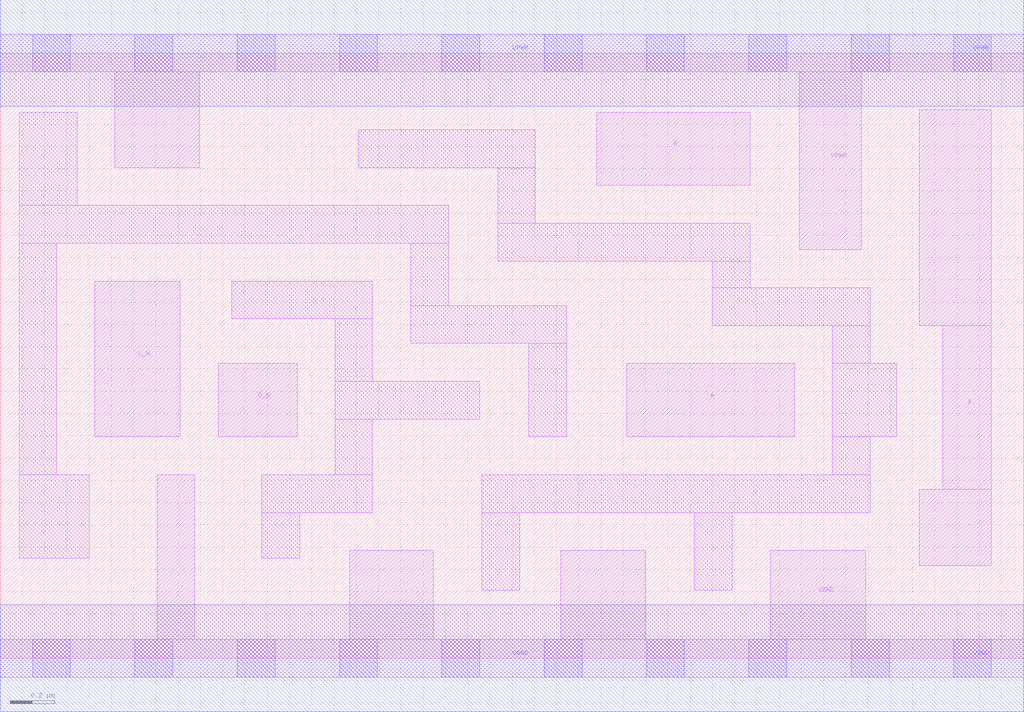
<source format=lef>
# Copyright 2020 The SkyWater PDK Authors
#
# Licensed under the Apache License, Version 2.0 (the "License");
# you may not use this file except in compliance with the License.
# You may obtain a copy of the License at
#
#     https://www.apache.org/licenses/LICENSE-2.0
#
# Unless required by applicable law or agreed to in writing, software
# distributed under the License is distributed on an "AS IS" BASIS,
# WITHOUT WARRANTIES OR CONDITIONS OF ANY KIND, either express or implied.
# See the License for the specific language governing permissions and
# limitations under the License.
#
# SPDX-License-Identifier: Apache-2.0

VERSION 5.7 ;
  NAMESCASESENSITIVE ON ;
  NOWIREEXTENSIONATPIN ON ;
  DIVIDERCHAR "/" ;
  BUSBITCHARS "[]" ;
UNITS
  DATABASE MICRONS 200 ;
END UNITS
PROPERTYDEFINITIONS
  MACRO maskLayoutSubType STRING ;
  MACRO prCellType STRING ;
  MACRO originalViewName STRING ;
END PROPERTYDEFINITIONS
MACRO sky130_fd_sc_hdll__or4bb_1
  CLASS CORE ;
  FOREIGN sky130_fd_sc_hdll__or4bb_1 ;
  ORIGIN  0.000000  0.000000 ;
  SIZE  4.600000 BY  2.720000 ;
  SYMMETRY X Y R90 ;
  SITE unithd ;
  PIN A
    ANTENNAGATEAREA  0.138600 ;
    DIRECTION INPUT ;
    USE SIGNAL ;
    PORT
      LAYER li1 ;
        RECT 2.815000 0.995000 3.570000 1.325000 ;
    END
  END A
  PIN B
    ANTENNAGATEAREA  0.138600 ;
    DIRECTION INPUT ;
    USE SIGNAL ;
    PORT
      LAYER li1 ;
        RECT 2.680000 2.125000 3.370000 2.455000 ;
    END
  END B
  PIN C_N
    ANTENNAGATEAREA  0.138600 ;
    DIRECTION INPUT ;
    USE SIGNAL ;
    PORT
      LAYER li1 ;
        RECT 0.425000 0.995000 0.810000 1.695000 ;
    END
  END C_N
  PIN D_N
    ANTENNAGATEAREA  0.138600 ;
    DIRECTION INPUT ;
    USE SIGNAL ;
    PORT
      LAYER li1 ;
        RECT 0.980000 0.995000 1.335000 1.325000 ;
    END
  END D_N
  PIN VGND
    ANTENNADIFFAREA  0.620550 ;
    DIRECTION INOUT ;
    USE SIGNAL ;
    PORT
      LAYER li1 ;
        RECT 0.000000 -0.085000 4.600000 0.085000 ;
        RECT 0.705000  0.085000 0.875000 0.825000 ;
        RECT 1.570000  0.085000 1.945000 0.485000 ;
        RECT 2.520000  0.085000 2.900000 0.485000 ;
        RECT 3.460000  0.085000 3.890000 0.485000 ;
      LAYER mcon ;
        RECT 0.145000 -0.085000 0.315000 0.085000 ;
        RECT 0.605000 -0.085000 0.775000 0.085000 ;
        RECT 1.065000 -0.085000 1.235000 0.085000 ;
        RECT 1.525000 -0.085000 1.695000 0.085000 ;
        RECT 1.985000 -0.085000 2.155000 0.085000 ;
        RECT 2.445000 -0.085000 2.615000 0.085000 ;
        RECT 2.905000 -0.085000 3.075000 0.085000 ;
        RECT 3.365000 -0.085000 3.535000 0.085000 ;
        RECT 3.825000 -0.085000 3.995000 0.085000 ;
        RECT 4.285000 -0.085000 4.455000 0.085000 ;
      LAYER met1 ;
        RECT 0.000000 -0.240000 4.600000 0.240000 ;
    END
  END VGND
  PIN VPWR
    ANTENNADIFFAREA  0.564325 ;
    DIRECTION INOUT ;
    USE SIGNAL ;
    PORT
      LAYER li1 ;
        RECT 0.000000 2.635000 4.600000 2.805000 ;
        RECT 0.515000 2.205000 0.895000 2.635000 ;
        RECT 3.590000 1.835000 3.870000 2.635000 ;
      LAYER mcon ;
        RECT 0.145000 2.635000 0.315000 2.805000 ;
        RECT 0.605000 2.635000 0.775000 2.805000 ;
        RECT 1.065000 2.635000 1.235000 2.805000 ;
        RECT 1.525000 2.635000 1.695000 2.805000 ;
        RECT 1.985000 2.635000 2.155000 2.805000 ;
        RECT 2.445000 2.635000 2.615000 2.805000 ;
        RECT 2.905000 2.635000 3.075000 2.805000 ;
        RECT 3.365000 2.635000 3.535000 2.805000 ;
        RECT 3.825000 2.635000 3.995000 2.805000 ;
        RECT 4.285000 2.635000 4.455000 2.805000 ;
      LAYER met1 ;
        RECT 0.000000 2.480000 4.600000 2.960000 ;
    END
  END VPWR
  PIN X
    ANTENNADIFFAREA  0.463750 ;
    DIRECTION OUTPUT ;
    USE SIGNAL ;
    PORT
      LAYER li1 ;
        RECT 4.130000 0.415000 4.455000 0.760000 ;
        RECT 4.130000 1.495000 4.455000 2.465000 ;
        RECT 4.235000 0.760000 4.455000 1.495000 ;
    END
  END X
  OBS
    LAYER li1 ;
      RECT 0.085000 0.450000 0.400000 0.825000 ;
      RECT 0.085000 0.825000 0.255000 1.865000 ;
      RECT 0.085000 1.865000 2.015000 2.035000 ;
      RECT 0.085000 2.035000 0.345000 2.455000 ;
      RECT 1.040000 1.525000 1.675000 1.695000 ;
      RECT 1.175000 0.450000 1.345000 0.655000 ;
      RECT 1.175000 0.655000 1.675000 0.825000 ;
      RECT 1.505000 0.825000 1.675000 1.075000 ;
      RECT 1.505000 1.075000 2.155000 1.245000 ;
      RECT 1.505000 1.245000 1.675000 1.525000 ;
      RECT 1.610000 2.205000 2.405000 2.375000 ;
      RECT 1.845000 1.415000 2.545000 1.585000 ;
      RECT 1.845000 1.585000 2.015000 1.865000 ;
      RECT 2.165000 0.305000 2.335000 0.655000 ;
      RECT 2.165000 0.655000 3.910000 0.825000 ;
      RECT 2.235000 1.785000 3.370000 1.955000 ;
      RECT 2.235000 1.955000 2.405000 2.205000 ;
      RECT 2.375000 0.995000 2.545000 1.415000 ;
      RECT 3.120000 0.305000 3.290000 0.655000 ;
      RECT 3.200000 1.495000 3.910000 1.665000 ;
      RECT 3.200000 1.665000 3.370000 1.785000 ;
      RECT 3.740000 0.825000 3.910000 0.995000 ;
      RECT 3.740000 0.995000 4.030000 1.325000 ;
      RECT 3.740000 1.325000 3.910000 1.495000 ;
  END
  PROPERTY maskLayoutSubType "abstract" ;
  PROPERTY prCellType "standard" ;
  PROPERTY originalViewName "layout" ;
END sky130_fd_sc_hdll__or4bb_1

</source>
